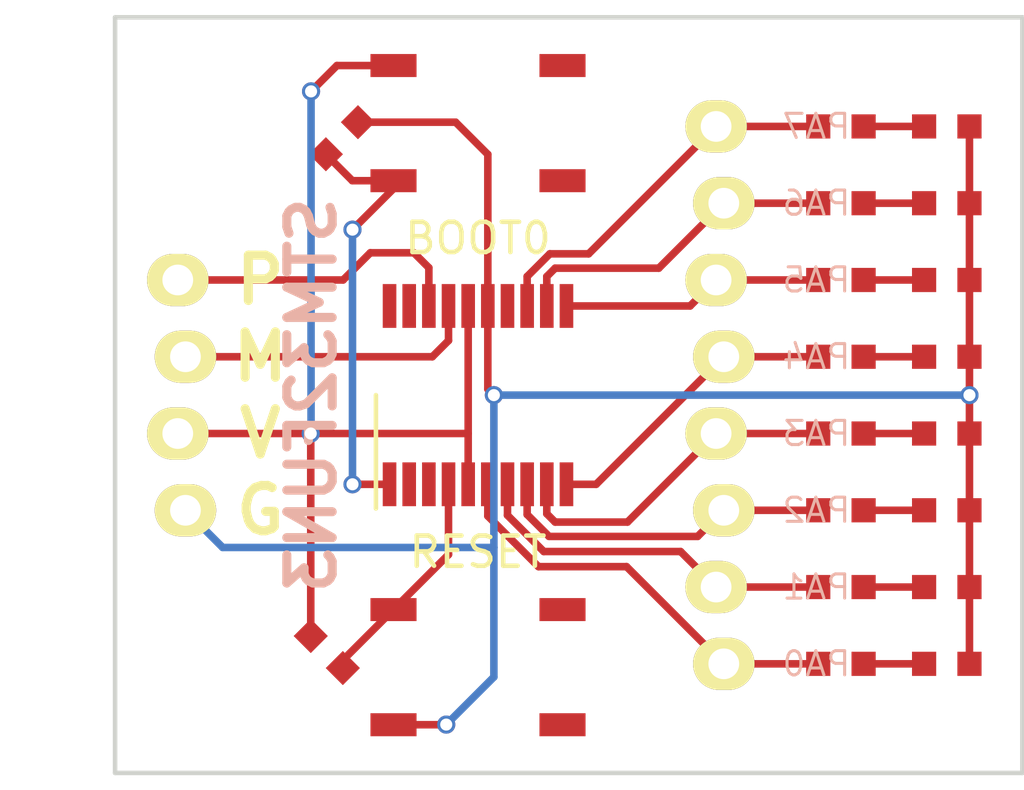
<source format=kicad_pcb>
(kicad_pcb (version 4) (host pcbnew 4.0.2+dfsg1-stable)

  (general
    (links 45)
    (no_connects 0)
    (area 133.994999 76.565 168.075001 104.285)
    (thickness 1.6)
    (drawings 9)
    (tracks 99)
    (zones 0)
    (modules 23)
    (nets 23)
  )

  (page A4)
  (layers
    (0 F.Cu signal)
    (31 B.Cu signal)
    (32 B.Adhes user)
    (33 F.Adhes user)
    (34 B.Paste user)
    (35 F.Paste user)
    (36 B.SilkS user)
    (37 F.SilkS user)
    (38 B.Mask user)
    (39 F.Mask user)
    (40 Dwgs.User user)
    (41 Cmts.User user)
    (42 Eco1.User user)
    (43 Eco2.User user)
    (44 Edge.Cuts user)
    (45 Margin user)
    (46 B.CrtYd user)
    (47 F.CrtYd user)
    (48 B.Fab user)
    (49 F.Fab user)
  )

  (setup
    (last_trace_width 0.25)
    (trace_clearance 0.2)
    (zone_clearance 0.508)
    (zone_45_only no)
    (trace_min 0.2)
    (segment_width 0.2)
    (edge_width 0.15)
    (via_size 0.6)
    (via_drill 0.4)
    (via_min_size 0.4)
    (via_min_drill 0.3)
    (uvia_size 0.3)
    (uvia_drill 0.1)
    (uvias_allowed no)
    (uvia_min_size 0.2)
    (uvia_min_drill 0.1)
    (pcb_text_width 0.3)
    (pcb_text_size 1.5 1.5)
    (mod_edge_width 0.15)
    (mod_text_size 1 1)
    (mod_text_width 0.15)
    (pad_size 1.45 0.45)
    (pad_drill 0)
    (pad_to_mask_clearance 0.2)
    (aux_axis_origin 0 0)
    (visible_elements FFFFFF7F)
    (pcbplotparams
      (layerselection 0x00030_80000001)
      (usegerberextensions false)
      (excludeedgelayer true)
      (linewidth 0.150000)
      (plotframeref false)
      (viasonmask false)
      (mode 1)
      (useauxorigin false)
      (hpglpennumber 1)
      (hpglpenspeed 20)
      (hpglpendiameter 15)
      (hpglpenoverlay 2)
      (psnegative false)
      (psa4output false)
      (plotreference true)
      (plotvalue true)
      (plotinvisibletext false)
      (padsonsilk false)
      (subtractmaskfromsilk false)
      (outputformat 1)
      (mirror false)
      (drillshape 1)
      (scaleselection 1)
      (outputdirectory ""))
  )

  (net 0 "")
  (net 1 /gnd)
  (net 2 /vcc)
  (net 3 /reset)
  (net 4 /boot0)
  (net 5 /pa0)
  (net 6 /pa1)
  (net 7 /pa2)
  (net 8 /pa3)
  (net 9 /pa4)
  (net 10 /pa5)
  (net 11 /pa6)
  (net 12 /pa7)
  (net 13 /x0)
  (net 14 /x1)
  (net 15 /x2)
  (net 16 /x3)
  (net 17 /x4)
  (net 18 /x5)
  (net 19 /x6)
  (net 20 /x7)
  (net 21 /usb_dm)
  (net 22 /usb_dp)

  (net_class Default "This is the default net class."
    (clearance 0.2)
    (trace_width 0.25)
    (via_dia 0.6)
    (via_drill 0.4)
    (uvia_dia 0.3)
    (uvia_drill 0.1)
    (add_net /boot0)
    (add_net /gnd)
    (add_net /pa0)
    (add_net /pa1)
    (add_net /pa2)
    (add_net /pa3)
    (add_net /pa4)
    (add_net /pa5)
    (add_net /pa6)
    (add_net /pa7)
    (add_net /reset)
    (add_net /usb_dm)
    (add_net /usb_dp)
    (add_net /vcc)
    (add_net /x0)
    (add_net /x1)
    (add_net /x2)
    (add_net /x3)
    (add_net /x4)
    (add_net /x5)
    (add_net /x6)
    (add_net /x7)
  )

  (module 00_my_modules:STM32 (layer F.Cu) (tedit 5E91C61F) (tstamp 5E704B35)
    (at 150 90.5 90)
    (descr STM32)
    (tags STM32)
    (attr smd)
    (fp_text reference STM32 (at 0 0 180) (layer F.Fab)
      (effects (font (size 0.8 0.8) (thickness 0.1)))
    )
    (fp_text value "" (at -1.5 -3 90) (layer F.Fab)
      (effects (font (size 0.5 0.5) (thickness 0.01)))
    )
    (fp_line (start -3.95 -3.55) (end -3.95 3.55) (layer F.CrtYd) (width 0.05))
    (fp_line (start 3.95 -3.55) (end 3.95 3.55) (layer F.CrtYd) (width 0.05))
    (fp_line (start -3.95 -3.55) (end 3.95 -3.55) (layer F.CrtYd) (width 0.05))
    (fp_line (start -3.95 3.55) (end 3.95 3.55) (layer F.CrtYd) (width 0.05))
    (fp_line (start -3.75 -3.375) (end 0 -3.375) (layer F.SilkS) (width 0.15))
    (fp_line (start -2.2 -3.25) (end 2.2 -3.25) (layer F.Fab) (width 0.01))
    (fp_line (start -2.2 3.25) (end 2.2 3.25) (layer F.Fab) (width 0.01))
    (fp_line (start -2.2 -3.25) (end -2.2 3.25) (layer F.Fab) (width 0.01))
    (fp_line (start 2.2 -3.25) (end 2.2 3.25) (layer F.Fab) (width 0.01))
    (fp_line (start -6 0) (end 6 0) (layer F.CrtYd) (width 0.01))
    (fp_line (start 0 -6) (end 0 6) (layer F.CrtYd) (width 0.01))
    (pad BOOT smd rect (at -2.95 -2.925 90) (size 1.45 0.45) (layers F.Cu F.Paste F.Mask)
      (net 4 /boot0))
    (pad 2 smd rect (at -2.95 -2.275 90) (size 1.45 0.45) (layers F.Cu F.Paste F.Mask))
    (pad 3 smd rect (at -2.95 -1.625 90) (size 1.45 0.45) (layers F.Cu F.Paste F.Mask))
    (pad NRST smd rect (at -2.95 -0.975 90) (size 1.45 0.45) (layers F.Cu F.Paste F.Mask)
      (net 3 /reset))
    (pad VCC smd rect (at -2.95 -0.325 90) (size 1.45 0.45) (layers F.Cu F.Paste F.Mask)
      (net 2 /vcc))
    (pad PA0 smd rect (at -2.95 0.325 90) (size 1.45 0.45) (layers F.Cu F.Paste F.Mask)
      (net 5 /pa0))
    (pad PA1 smd rect (at -2.95 0.975 90) (size 1.45 0.45) (layers F.Cu F.Paste F.Mask)
      (net 6 /pa1))
    (pad PA2 smd rect (at -2.95 1.625 90) (size 1.45 0.45) (layers F.Cu F.Paste F.Mask)
      (net 7 /pa2))
    (pad PA3 smd rect (at -2.95 2.275 90) (size 1.45 0.45) (layers F.Cu F.Paste F.Mask)
      (net 8 /pa3))
    (pad PA4 smd rect (at -2.95 2.925 90) (size 1.45 0.45) (layers F.Cu F.Paste F.Mask)
      (net 9 /pa4))
    (pad PA5 smd rect (at 2.95 2.925 90) (size 1.45 0.45) (layers F.Cu F.Paste F.Mask)
      (net 10 /pa5))
    (pad PA6 smd rect (at 2.95 2.275 90) (size 1.45 0.45) (layers F.Cu F.Paste F.Mask)
      (net 11 /pa6))
    (pad PA7 smd rect (at 2.95 1.625 90) (size 1.45 0.45) (layers F.Cu F.Paste F.Mask)
      (net 12 /pa7))
    (pad PB1 smd rect (at 2.95 0.975 90) (size 1.45 0.45) (layers F.Cu F.Paste F.Mask))
    (pad GND smd rect (at 2.95 0.325 90) (size 1.45 0.45) (layers F.Cu F.Paste F.Mask)
      (net 1 /gnd))
    (pad VCC smd rect (at 2.95 -0.325 90) (size 1.45 0.45) (layers F.Cu F.Paste F.Mask)
      (net 2 /vcc))
    (pad DM smd rect (at 2.95 -0.975 90) (size 1.45 0.45) (layers F.Cu F.Paste F.Mask)
      (net 21 /usb_dm))
    (pad DP smd rect (at 2.95 -1.625 90) (size 1.45 0.45) (layers F.Cu F.Paste F.Mask)
      (net 22 /usb_dp))
    (pad DIO smd rect (at 2.95 -2.275 90) (size 1.45 0.45) (layers F.Cu F.Paste F.Mask))
    (pad CLK smd rect (at 2.95 -2.925 90) (size 1.45 0.45) (layers F.Cu F.Paste F.Mask))
  )

  (module 00_my_modules:header1x8wiggle (layer F.Cu) (tedit 5E704125) (tstamp 5E705389)
    (at 158 90.5)
    (descr "Through hole pin header")
    (tags "pin header")
    (fp_text reference "" (at 0 -2.4) (layer F.SilkS)
      (effects (font (size 0.5 0.5) (thickness 0.01)))
    )
    (fp_text value "" (at 0 -3.1) (layer F.Fab)
      (effects (font (size 0.5 0.5) (thickness 0.01)))
    )
    (fp_text user PA7 (at 2 -8.89) (layer B.SilkS)
      (effects (font (size 0.8 0.8) (thickness 0.1)) (justify right mirror))
    )
    (fp_text user PA6 (at 2 -6.35) (layer B.SilkS)
      (effects (font (size 0.8 0.8) (thickness 0.1)) (justify right mirror))
    )
    (fp_text user PA5 (at 2 -3.81) (layer B.SilkS)
      (effects (font (size 0.8 0.8) (thickness 0.1)) (justify right mirror))
    )
    (fp_text user PA4 (at 2 -1.27) (layer B.SilkS)
      (effects (font (size 0.8 0.8) (thickness 0.1)) (justify right mirror))
    )
    (fp_text user PA3 (at 2 1.27) (layer B.SilkS)
      (effects (font (size 0.8 0.8) (thickness 0.1)) (justify right mirror))
    )
    (fp_text user PA2 (at 2 3.81) (layer B.SilkS)
      (effects (font (size 0.8 0.8) (thickness 0.1)) (justify right mirror))
    )
    (fp_text user PA1 (at 2 6.35) (layer B.SilkS)
      (effects (font (size 0.8 0.8) (thickness 0.1)) (justify right mirror))
    )
    (fp_text user PA0 (at 2 8.89) (layer B.SilkS)
      (effects (font (size 0.8 0.8) (thickness 0.1)) (justify right mirror))
    )
    (fp_line (start -1.75 -10.64) (end -1.75 10.64) (layer F.CrtYd) (width 0.05))
    (fp_line (start 1.75 -10.64) (end 1.75 10.64) (layer F.CrtYd) (width 0.05))
    (fp_line (start -1.75 -10.64) (end 1.75 -10.64) (layer F.CrtYd) (width 0.05))
    (fp_line (start -1.75 10.64) (end 1.75 10.64) (layer F.CrtYd) (width 0.05))
    (fp_line (start -6 -8.89) (end 6 -8.89) (layer F.CrtYd) (width 0.01))
    (fp_line (start -6 0) (end 6 0) (layer F.CrtYd) (width 0.01))
    (fp_line (start -6 8.89) (end 6 8.89) (layer F.CrtYd) (width 0.01))
    (pad 7 thru_hole oval (at -0.127 -8.89) (size 2.032 1.7272) (drill 1.016) (layers *.Cu *.Mask F.SilkS)
      (net 12 /pa7))
    (pad 6 thru_hole oval (at 0.127 -6.35) (size 2.032 1.7272) (drill 1.016) (layers *.Cu *.Mask F.SilkS)
      (net 11 /pa6))
    (pad 5 thru_hole oval (at -0.127 -3.81) (size 2.032 1.7272) (drill 1.016) (layers *.Cu *.Mask F.SilkS)
      (net 10 /pa5))
    (pad 4 thru_hole oval (at 0.127 -1.27) (size 2.032 1.7272) (drill 1.016) (layers *.Cu *.Mask F.SilkS)
      (net 9 /pa4))
    (pad 3 thru_hole oval (at -0.127 1.27) (size 2.032 1.7272) (drill 1.016) (layers *.Cu *.Mask F.SilkS)
      (net 8 /pa3))
    (pad 2 thru_hole oval (at 0.127 3.81) (size 2.032 1.7272) (drill 1.016) (layers *.Cu *.Mask F.SilkS)
      (net 7 /pa2))
    (pad 1 thru_hole oval (at -0.127 6.35) (size 2.032 1.7272) (drill 1.016) (layers *.Cu *.Mask F.SilkS)
      (net 6 /pa1))
    (pad 0 thru_hole oval (at 0.127 8.89) (size 2.032 1.7272) (drill 1.016) (layers *.Cu *.Mask F.SilkS)
      (net 5 /pa0))
  )

  (module 00_my_modules:BUTTON4_SMD (layer F.Cu) (tedit 5E704811) (tstamp 5E705BD2)
    (at 150 81.5 180)
    (descr button4_smd)
    (tags "SPST button tactile switch")
    (fp_text reference BOOT0 (at 0 -3.81 180) (layer F.SilkS)
      (effects (font (size 1 1) (thickness 0.15)))
    )
    (fp_text value "" (at 0 3.81 180) (layer F.Fab)
      (effects (font (size 1 1) (thickness 0.15)))
    )
    (fp_line (start -1.54 -2.54) (end -2.54 -1.54) (layer F.Fab) (width 0.2032))
    (fp_line (start -2.54 -1.24) (end -2.54 1.27) (layer F.Fab) (width 0.2032))
    (fp_line (start -2.54 1.54) (end -1.54 2.54) (layer F.Fab) (width 0.2032))
    (fp_line (start -1.54 2.54) (end 1.54 2.54) (layer F.Fab) (width 0.2032))
    (fp_line (start 1.54 2.54) (end 2.54 1.54) (layer F.Fab) (width 0.2032))
    (fp_line (start 2.54 1.24) (end 2.54 -1.24) (layer F.Fab) (width 0.2032))
    (fp_line (start 2.54 -1.54) (end 1.54 -2.54) (layer F.Fab) (width 0.2032))
    (fp_line (start 1.54 -2.54) (end -1.54 -2.54) (layer F.Fab) (width 0.2032))
    (fp_line (start 1.905 1.27) (end 1.905 0.445) (layer F.Fab) (width 0.127))
    (fp_line (start 1.905 0.445) (end 2.16 -0.01) (layer F.Fab) (width 0.127))
    (fp_line (start 1.905 -0.23) (end 1.905 -1.115) (layer F.Fab) (width 0.127))
    (fp_circle (center 0 0) (end 0 1.27) (layer F.Fab) (width 0.2032))
    (pad 1 smd rect (at -2.794 1.905 180) (size 1.524 0.762) (layers F.Cu F.Paste F.Mask))
    (pad 2 smd rect (at 2.794 1.905 180) (size 1.524 0.762) (layers F.Cu F.Paste F.Mask)
      (net 2 /vcc))
    (pad 3 smd rect (at -2.794 -1.905 180) (size 1.524 0.762) (layers F.Cu F.Paste F.Mask))
    (pad 4 smd rect (at 2.794 -1.905 180) (size 1.524 0.762) (layers F.Cu F.Paste F.Mask)
      (net 4 /boot0))
  )

  (module 00_my_modules:BUTTON4_SMD (layer F.Cu) (tedit 5E704555) (tstamp 5E705BF9)
    (at 150 99.5)
    (descr button4_smd)
    (tags "SPST button tactile switch")
    (fp_text reference RESET (at 0 -3.81) (layer F.SilkS)
      (effects (font (size 1 1) (thickness 0.15)))
    )
    (fp_text value "" (at 0 3.81) (layer F.Fab)
      (effects (font (size 1 1) (thickness 0.15)))
    )
    (fp_line (start -1.54 -2.54) (end -2.54 -1.54) (layer F.Fab) (width 0.2032))
    (fp_line (start -2.54 -1.24) (end -2.54 1.27) (layer F.Fab) (width 0.2032))
    (fp_line (start -2.54 1.54) (end -1.54 2.54) (layer F.Fab) (width 0.2032))
    (fp_line (start -1.54 2.54) (end 1.54 2.54) (layer F.Fab) (width 0.2032))
    (fp_line (start 1.54 2.54) (end 2.54 1.54) (layer F.Fab) (width 0.2032))
    (fp_line (start 2.54 1.24) (end 2.54 -1.24) (layer F.Fab) (width 0.2032))
    (fp_line (start 2.54 -1.54) (end 1.54 -2.54) (layer F.Fab) (width 0.2032))
    (fp_line (start 1.54 -2.54) (end -1.54 -2.54) (layer F.Fab) (width 0.2032))
    (fp_line (start 1.905 1.27) (end 1.905 0.445) (layer F.Fab) (width 0.127))
    (fp_line (start 1.905 0.445) (end 2.16 -0.01) (layer F.Fab) (width 0.127))
    (fp_line (start 1.905 -0.23) (end 1.905 -1.115) (layer F.Fab) (width 0.127))
    (fp_circle (center 0 0) (end 0 1.27) (layer F.Fab) (width 0.2032))
    (pad 1 smd rect (at -2.794 1.905) (size 1.524 0.762) (layers F.Cu F.Paste F.Mask)
      (net 1 /gnd))
    (pad 2 smd rect (at 2.794 1.905) (size 1.524 0.762) (layers F.Cu F.Paste F.Mask))
    (pad 3 smd rect (at -2.794 -1.905) (size 1.524 0.762) (layers F.Cu F.Paste F.Mask)
      (net 3 /reset))
    (pad 4 smd rect (at 2.794 -1.905) (size 1.524 0.762) (layers F.Cu F.Paste F.Mask))
  )

  (module 00_my_modules:L_0603 (layer F.Cu) (tedit 5E7043C0) (tstamp 5E70460E)
    (at 162 81.61)
    (descr L_0603)
    (tags "led 0603")
    (attr smd)
    (fp_text reference L (at 0 -0.6) (layer F.Fab)
      (effects (font (size 0.1 0.1) (thickness 0.01)))
    )
    (fp_text value "" (at 0 0.6) (layer F.Fab)
      (effects (font (size 0.1 0.1) (thickness 0.01)))
    )
    (fp_line (start -1.2 -0.45) (end 1.2 -0.45) (layer F.CrtYd) (width 0.01))
    (fp_line (start -1.2 0.45) (end 1.2 0.45) (layer F.CrtYd) (width 0.01))
    (fp_line (start -1.2 -0.45) (end -1.2 0.45) (layer F.CrtYd) (width 0.01))
    (fp_line (start 1.2 -0.45) (end 1.2 0.45) (layer F.CrtYd) (width 0.01))
    (fp_line (start -0.1 0) (end 0.1 0.2) (layer F.CrtYd) (width 0.01))
    (fp_line (start -0.1 0) (end 0.1 -0.2) (layer F.CrtYd) (width 0.01))
    (fp_line (start -0.1 0.2) (end -0.1 -0.2) (layer F.CrtYd) (width 0.01))
    (fp_line (start 0.1 0.2) (end 0.1 -0.2) (layer F.CrtYd) (width 0.01))
    (pad 1 smd rect (at -0.75 0) (size 0.8 0.8) (layers F.Cu F.Paste F.Mask)
      (net 12 /pa7))
    (pad 2 smd rect (at 0.75 0) (size 0.8 0.8) (layers F.Cu F.Paste F.Mask)
      (net 20 /x7))
  )

  (module 00_my_modules:L_0603 (layer F.Cu) (tedit 5E7043CB) (tstamp 5E70460E)
    (at 162 84.15)
    (descr L_0603)
    (tags "led 0603")
    (attr smd)
    (fp_text reference L (at 0 -0.6) (layer F.Fab)
      (effects (font (size 0.1 0.1) (thickness 0.01)))
    )
    (fp_text value "" (at 0 0.6) (layer F.Fab)
      (effects (font (size 0.1 0.1) (thickness 0.01)))
    )
    (fp_line (start -1.2 -0.45) (end 1.2 -0.45) (layer F.CrtYd) (width 0.01))
    (fp_line (start -1.2 0.45) (end 1.2 0.45) (layer F.CrtYd) (width 0.01))
    (fp_line (start -1.2 -0.45) (end -1.2 0.45) (layer F.CrtYd) (width 0.01))
    (fp_line (start 1.2 -0.45) (end 1.2 0.45) (layer F.CrtYd) (width 0.01))
    (fp_line (start -0.1 0) (end 0.1 0.2) (layer F.CrtYd) (width 0.01))
    (fp_line (start -0.1 0) (end 0.1 -0.2) (layer F.CrtYd) (width 0.01))
    (fp_line (start -0.1 0.2) (end -0.1 -0.2) (layer F.CrtYd) (width 0.01))
    (fp_line (start 0.1 0.2) (end 0.1 -0.2) (layer F.CrtYd) (width 0.01))
    (pad 1 smd rect (at -0.75 0) (size 0.8 0.8) (layers F.Cu F.Paste F.Mask)
      (net 11 /pa6))
    (pad 2 smd rect (at 0.75 0) (size 0.8 0.8) (layers F.Cu F.Paste F.Mask)
      (net 19 /x6))
  )

  (module 00_my_modules:L_0603 (layer F.Cu) (tedit 5E7043D7) (tstamp 5E70460E)
    (at 162 86.69)
    (descr L_0603)
    (tags "led 0603")
    (attr smd)
    (fp_text reference L (at 0 -0.6) (layer F.Fab)
      (effects (font (size 0.1 0.1) (thickness 0.01)))
    )
    (fp_text value "" (at 0 0.6) (layer F.Fab)
      (effects (font (size 0.1 0.1) (thickness 0.01)))
    )
    (fp_line (start -1.2 -0.45) (end 1.2 -0.45) (layer F.CrtYd) (width 0.01))
    (fp_line (start -1.2 0.45) (end 1.2 0.45) (layer F.CrtYd) (width 0.01))
    (fp_line (start -1.2 -0.45) (end -1.2 0.45) (layer F.CrtYd) (width 0.01))
    (fp_line (start 1.2 -0.45) (end 1.2 0.45) (layer F.CrtYd) (width 0.01))
    (fp_line (start -0.1 0) (end 0.1 0.2) (layer F.CrtYd) (width 0.01))
    (fp_line (start -0.1 0) (end 0.1 -0.2) (layer F.CrtYd) (width 0.01))
    (fp_line (start -0.1 0.2) (end -0.1 -0.2) (layer F.CrtYd) (width 0.01))
    (fp_line (start 0.1 0.2) (end 0.1 -0.2) (layer F.CrtYd) (width 0.01))
    (pad 1 smd rect (at -0.75 0) (size 0.8 0.8) (layers F.Cu F.Paste F.Mask)
      (net 10 /pa5))
    (pad 2 smd rect (at 0.75 0) (size 0.8 0.8) (layers F.Cu F.Paste F.Mask)
      (net 18 /x5))
  )

  (module 00_my_modules:L_0603 (layer F.Cu) (tedit 5E70441F) (tstamp 5E70460E)
    (at 162 89.23)
    (descr L_0603)
    (tags "led 0603")
    (attr smd)
    (fp_text reference L (at 0 -0.6) (layer F.Fab)
      (effects (font (size 0.1 0.1) (thickness 0.01)))
    )
    (fp_text value "" (at 0 0.6) (layer F.Fab)
      (effects (font (size 0.1 0.1) (thickness 0.01)))
    )
    (fp_line (start -1.2 -0.45) (end 1.2 -0.45) (layer F.CrtYd) (width 0.01))
    (fp_line (start -1.2 0.45) (end 1.2 0.45) (layer F.CrtYd) (width 0.01))
    (fp_line (start -1.2 -0.45) (end -1.2 0.45) (layer F.CrtYd) (width 0.01))
    (fp_line (start 1.2 -0.45) (end 1.2 0.45) (layer F.CrtYd) (width 0.01))
    (fp_line (start -0.1 0) (end 0.1 0.2) (layer F.CrtYd) (width 0.01))
    (fp_line (start -0.1 0) (end 0.1 -0.2) (layer F.CrtYd) (width 0.01))
    (fp_line (start -0.1 0.2) (end -0.1 -0.2) (layer F.CrtYd) (width 0.01))
    (fp_line (start 0.1 0.2) (end 0.1 -0.2) (layer F.CrtYd) (width 0.01))
    (pad 1 smd rect (at -0.75 0) (size 0.8 0.8) (layers F.Cu F.Paste F.Mask)
      (net 9 /pa4))
    (pad 4 smd rect (at 0.75 0) (size 0.8 0.8) (layers F.Cu F.Paste F.Mask)
      (net 17 /x4))
  )

  (module 00_my_modules:L_0603 (layer F.Cu) (tedit 5E704407) (tstamp 5E70460E)
    (at 162 91.77)
    (descr L_0603)
    (tags "led 0603")
    (attr smd)
    (fp_text reference L (at 0 -0.6) (layer F.Fab)
      (effects (font (size 0.1 0.1) (thickness 0.01)))
    )
    (fp_text value "" (at 0 0.6) (layer F.Fab)
      (effects (font (size 0.1 0.1) (thickness 0.01)))
    )
    (fp_line (start -1.2 -0.45) (end 1.2 -0.45) (layer F.CrtYd) (width 0.01))
    (fp_line (start -1.2 0.45) (end 1.2 0.45) (layer F.CrtYd) (width 0.01))
    (fp_line (start -1.2 -0.45) (end -1.2 0.45) (layer F.CrtYd) (width 0.01))
    (fp_line (start 1.2 -0.45) (end 1.2 0.45) (layer F.CrtYd) (width 0.01))
    (fp_line (start -0.1 0) (end 0.1 0.2) (layer F.CrtYd) (width 0.01))
    (fp_line (start -0.1 0) (end 0.1 -0.2) (layer F.CrtYd) (width 0.01))
    (fp_line (start -0.1 0.2) (end -0.1 -0.2) (layer F.CrtYd) (width 0.01))
    (fp_line (start 0.1 0.2) (end 0.1 -0.2) (layer F.CrtYd) (width 0.01))
    (pad 1 smd rect (at -0.75 0) (size 0.8 0.8) (layers F.Cu F.Paste F.Mask)
      (net 8 /pa3))
    (pad 2 smd rect (at 0.75 0) (size 0.8 0.8) (layers F.Cu F.Paste F.Mask)
      (net 16 /x3))
  )

  (module 00_my_modules:L_0603 (layer F.Cu) (tedit 5E7043FD) (tstamp 5E70460E)
    (at 162 94.31)
    (descr L_0603)
    (tags "led 0603")
    (attr smd)
    (fp_text reference L (at 0 -0.6) (layer F.Fab)
      (effects (font (size 0.1 0.1) (thickness 0.01)))
    )
    (fp_text value "" (at 0 0.6) (layer F.Fab)
      (effects (font (size 0.1 0.1) (thickness 0.01)))
    )
    (fp_line (start -1.2 -0.45) (end 1.2 -0.45) (layer F.CrtYd) (width 0.01))
    (fp_line (start -1.2 0.45) (end 1.2 0.45) (layer F.CrtYd) (width 0.01))
    (fp_line (start -1.2 -0.45) (end -1.2 0.45) (layer F.CrtYd) (width 0.01))
    (fp_line (start 1.2 -0.45) (end 1.2 0.45) (layer F.CrtYd) (width 0.01))
    (fp_line (start -0.1 0) (end 0.1 0.2) (layer F.CrtYd) (width 0.01))
    (fp_line (start -0.1 0) (end 0.1 -0.2) (layer F.CrtYd) (width 0.01))
    (fp_line (start -0.1 0.2) (end -0.1 -0.2) (layer F.CrtYd) (width 0.01))
    (fp_line (start 0.1 0.2) (end 0.1 -0.2) (layer F.CrtYd) (width 0.01))
    (pad 1 smd rect (at -0.75 0) (size 0.8 0.8) (layers F.Cu F.Paste F.Mask)
      (net 7 /pa2))
    (pad 2 smd rect (at 0.75 0) (size 0.8 0.8) (layers F.Cu F.Paste F.Mask)
      (net 15 /x2))
  )

  (module 00_my_modules:L_0603 (layer F.Cu) (tedit 5E7043F3) (tstamp 5E70460E)
    (at 162 96.85)
    (descr L_0603)
    (tags "led 0603")
    (attr smd)
    (fp_text reference L (at 0 -0.6) (layer F.Fab)
      (effects (font (size 0.1 0.1) (thickness 0.01)))
    )
    (fp_text value "" (at 0 0.6) (layer F.Fab)
      (effects (font (size 0.1 0.1) (thickness 0.01)))
    )
    (fp_line (start -1.2 -0.45) (end 1.2 -0.45) (layer F.CrtYd) (width 0.01))
    (fp_line (start -1.2 0.45) (end 1.2 0.45) (layer F.CrtYd) (width 0.01))
    (fp_line (start -1.2 -0.45) (end -1.2 0.45) (layer F.CrtYd) (width 0.01))
    (fp_line (start 1.2 -0.45) (end 1.2 0.45) (layer F.CrtYd) (width 0.01))
    (fp_line (start -0.1 0) (end 0.1 0.2) (layer F.CrtYd) (width 0.01))
    (fp_line (start -0.1 0) (end 0.1 -0.2) (layer F.CrtYd) (width 0.01))
    (fp_line (start -0.1 0.2) (end -0.1 -0.2) (layer F.CrtYd) (width 0.01))
    (fp_line (start 0.1 0.2) (end 0.1 -0.2) (layer F.CrtYd) (width 0.01))
    (pad 1 smd rect (at -0.75 0) (size 0.8 0.8) (layers F.Cu F.Paste F.Mask)
      (net 6 /pa1))
    (pad 2 smd rect (at 0.75 0) (size 0.8 0.8) (layers F.Cu F.Paste F.Mask)
      (net 14 /x1))
  )

  (module 00_my_modules:L_0603 (layer F.Cu) (tedit 5E7043E8) (tstamp 5E70460E)
    (at 162 99.39)
    (descr L_0603)
    (tags "led 0603")
    (attr smd)
    (fp_text reference L (at 0 -0.6) (layer F.Fab)
      (effects (font (size 0.1 0.1) (thickness 0.01)))
    )
    (fp_text value "" (at 0 0.6) (layer F.Fab)
      (effects (font (size 0.1 0.1) (thickness 0.01)))
    )
    (fp_line (start -1.2 -0.45) (end 1.2 -0.45) (layer F.CrtYd) (width 0.01))
    (fp_line (start -1.2 0.45) (end 1.2 0.45) (layer F.CrtYd) (width 0.01))
    (fp_line (start -1.2 -0.45) (end -1.2 0.45) (layer F.CrtYd) (width 0.01))
    (fp_line (start 1.2 -0.45) (end 1.2 0.45) (layer F.CrtYd) (width 0.01))
    (fp_line (start -0.1 0) (end 0.1 0.2) (layer F.CrtYd) (width 0.01))
    (fp_line (start -0.1 0) (end 0.1 -0.2) (layer F.CrtYd) (width 0.01))
    (fp_line (start -0.1 0.2) (end -0.1 -0.2) (layer F.CrtYd) (width 0.01))
    (fp_line (start 0.1 0.2) (end 0.1 -0.2) (layer F.CrtYd) (width 0.01))
    (pad 1 smd rect (at -0.75 0) (size 0.8 0.8) (layers F.Cu F.Paste F.Mask)
      (net 5 /pa0))
    (pad 2 smd rect (at 0.75 0) (size 0.8 0.8) (layers F.Cu F.Paste F.Mask)
      (net 13 /x0))
  )

  (module 00_my_modules:R_0603 (layer F.Cu) (tedit 5E7043C5) (tstamp 5E704E26)
    (at 165.5 81.61)
    (descr R0603)
    (tags "resistor 0603")
    (attr smd)
    (fp_text reference R (at 0 0) (layer F.Fab)
      (effects (font (size 0.5 0.5) (thickness 0.1)))
    )
    (fp_text value "" (at 0 0) (layer F.Fab)
      (effects (font (size 0.5 0.5) (thickness 0.01)))
    )
    (fp_line (start -1.2 -0.45) (end 1.2 -0.45) (layer F.CrtYd) (width 0.01))
    (fp_line (start -1.2 0.45) (end 1.2 0.45) (layer F.CrtYd) (width 0.01))
    (fp_line (start -1.2 -0.45) (end -1.2 0.45) (layer F.CrtYd) (width 0.01))
    (fp_line (start 1.2 -0.45) (end 1.2 0.45) (layer F.CrtYd) (width 0.01))
    (pad 1 smd rect (at -0.75 0) (size 0.8 0.8) (layers F.Cu F.Paste F.Mask)
      (net 20 /x7))
    (pad 2 smd rect (at 0.75 0) (size 0.8 0.8) (layers F.Cu F.Paste F.Mask)
      (net 1 /gnd))
  )

  (module 00_my_modules:R_0603 (layer F.Cu) (tedit 5E7043D0) (tstamp 5E704E26)
    (at 165.5 84.15)
    (descr R0603)
    (tags "resistor 0603")
    (attr smd)
    (fp_text reference R (at 0 0) (layer F.Fab)
      (effects (font (size 0.5 0.5) (thickness 0.1)))
    )
    (fp_text value "" (at 0 0) (layer F.Fab)
      (effects (font (size 0.5 0.5) (thickness 0.01)))
    )
    (fp_line (start -1.2 -0.45) (end 1.2 -0.45) (layer F.CrtYd) (width 0.01))
    (fp_line (start -1.2 0.45) (end 1.2 0.45) (layer F.CrtYd) (width 0.01))
    (fp_line (start -1.2 -0.45) (end -1.2 0.45) (layer F.CrtYd) (width 0.01))
    (fp_line (start 1.2 -0.45) (end 1.2 0.45) (layer F.CrtYd) (width 0.01))
    (pad 1 smd rect (at -0.75 0) (size 0.8 0.8) (layers F.Cu F.Paste F.Mask)
      (net 19 /x6))
    (pad 2 smd rect (at 0.75 0) (size 0.8 0.8) (layers F.Cu F.Paste F.Mask)
      (net 1 /gnd))
  )

  (module 00_my_modules:R_0603 (layer F.Cu) (tedit 5E7043DC) (tstamp 5E704E26)
    (at 165.5 86.69)
    (descr R0603)
    (tags "resistor 0603")
    (attr smd)
    (fp_text reference R (at 0 0) (layer F.Fab)
      (effects (font (size 0.5 0.5) (thickness 0.1)))
    )
    (fp_text value "" (at 0 0) (layer F.Fab)
      (effects (font (size 0.5 0.5) (thickness 0.01)))
    )
    (fp_line (start -1.2 -0.45) (end 1.2 -0.45) (layer F.CrtYd) (width 0.01))
    (fp_line (start -1.2 0.45) (end 1.2 0.45) (layer F.CrtYd) (width 0.01))
    (fp_line (start -1.2 -0.45) (end -1.2 0.45) (layer F.CrtYd) (width 0.01))
    (fp_line (start 1.2 -0.45) (end 1.2 0.45) (layer F.CrtYd) (width 0.01))
    (pad 1 smd rect (at -0.75 0) (size 0.8 0.8) (layers F.Cu F.Paste F.Mask)
      (net 18 /x5))
    (pad 2 smd rect (at 0.75 0) (size 0.8 0.8) (layers F.Cu F.Paste F.Mask)
      (net 1 /gnd))
  )

  (module 00_my_modules:R_0603 (layer F.Cu) (tedit 5E704424) (tstamp 5E704E26)
    (at 165.5 89.23)
    (descr R0603)
    (tags "resistor 0603")
    (attr smd)
    (fp_text reference R (at 0 0) (layer F.Fab)
      (effects (font (size 0.5 0.5) (thickness 0.1)))
    )
    (fp_text value "" (at 0 0) (layer F.Fab)
      (effects (font (size 0.5 0.5) (thickness 0.01)))
    )
    (fp_line (start -1.2 -0.45) (end 1.2 -0.45) (layer F.CrtYd) (width 0.01))
    (fp_line (start -1.2 0.45) (end 1.2 0.45) (layer F.CrtYd) (width 0.01))
    (fp_line (start -1.2 -0.45) (end -1.2 0.45) (layer F.CrtYd) (width 0.01))
    (fp_line (start 1.2 -0.45) (end 1.2 0.45) (layer F.CrtYd) (width 0.01))
    (pad 1 smd rect (at -0.75 0) (size 0.8 0.8) (layers F.Cu F.Paste F.Mask)
      (net 17 /x4))
    (pad 2 smd rect (at 0.75 0) (size 0.8 0.8) (layers F.Cu F.Paste F.Mask)
      (net 1 /gnd))
  )

  (module 00_my_modules:R_0603 (layer F.Cu) (tedit 5E70440C) (tstamp 5E704E26)
    (at 165.5 91.77)
    (descr R0603)
    (tags "resistor 0603")
    (attr smd)
    (fp_text reference R (at 0 0) (layer F.Fab)
      (effects (font (size 0.5 0.5) (thickness 0.1)))
    )
    (fp_text value "" (at 0 0) (layer F.Fab)
      (effects (font (size 0.5 0.5) (thickness 0.01)))
    )
    (fp_line (start -1.2 -0.45) (end 1.2 -0.45) (layer F.CrtYd) (width 0.01))
    (fp_line (start -1.2 0.45) (end 1.2 0.45) (layer F.CrtYd) (width 0.01))
    (fp_line (start -1.2 -0.45) (end -1.2 0.45) (layer F.CrtYd) (width 0.01))
    (fp_line (start 1.2 -0.45) (end 1.2 0.45) (layer F.CrtYd) (width 0.01))
    (pad 1 smd rect (at -0.75 0) (size 0.8 0.8) (layers F.Cu F.Paste F.Mask)
      (net 16 /x3))
    (pad 2 smd rect (at 0.75 0) (size 0.8 0.8) (layers F.Cu F.Paste F.Mask)
      (net 1 /gnd))
  )

  (module 00_my_modules:R_0603 (layer F.Cu) (tedit 5E704402) (tstamp 5E704E26)
    (at 165.5 94.31)
    (descr R0603)
    (tags "resistor 0603")
    (attr smd)
    (fp_text reference R (at 0 0) (layer F.Fab)
      (effects (font (size 0.5 0.5) (thickness 0.1)))
    )
    (fp_text value "" (at 0 0) (layer F.Fab)
      (effects (font (size 0.5 0.5) (thickness 0.01)))
    )
    (fp_line (start -1.2 -0.45) (end 1.2 -0.45) (layer F.CrtYd) (width 0.01))
    (fp_line (start -1.2 0.45) (end 1.2 0.45) (layer F.CrtYd) (width 0.01))
    (fp_line (start -1.2 -0.45) (end -1.2 0.45) (layer F.CrtYd) (width 0.01))
    (fp_line (start 1.2 -0.45) (end 1.2 0.45) (layer F.CrtYd) (width 0.01))
    (pad 1 smd rect (at -0.75 0) (size 0.8 0.8) (layers F.Cu F.Paste F.Mask)
      (net 15 /x2))
    (pad 2 smd rect (at 0.75 0) (size 0.8 0.8) (layers F.Cu F.Paste F.Mask)
      (net 1 /gnd))
  )

  (module 00_my_modules:R_0603 (layer F.Cu) (tedit 5E7043F7) (tstamp 5E704E26)
    (at 165.5 96.85)
    (descr R0603)
    (tags "resistor 0603")
    (attr smd)
    (fp_text reference R (at 0 0) (layer F.Fab)
      (effects (font (size 0.5 0.5) (thickness 0.1)))
    )
    (fp_text value "" (at 0 0) (layer F.Fab)
      (effects (font (size 0.5 0.5) (thickness 0.01)))
    )
    (fp_line (start -1.2 -0.45) (end 1.2 -0.45) (layer F.CrtYd) (width 0.01))
    (fp_line (start -1.2 0.45) (end 1.2 0.45) (layer F.CrtYd) (width 0.01))
    (fp_line (start -1.2 -0.45) (end -1.2 0.45) (layer F.CrtYd) (width 0.01))
    (fp_line (start 1.2 -0.45) (end 1.2 0.45) (layer F.CrtYd) (width 0.01))
    (pad 1 smd rect (at -0.75 0) (size 0.8 0.8) (layers F.Cu F.Paste F.Mask)
      (net 14 /x1))
    (pad 2 smd rect (at 0.75 0) (size 0.8 0.8) (layers F.Cu F.Paste F.Mask)
      (net 1 /gnd))
  )

  (module 00_my_modules:R_0603 (layer F.Cu) (tedit 5E7043ED) (tstamp 5E704E26)
    (at 165.5 99.39)
    (descr R0603)
    (tags "resistor 0603")
    (attr smd)
    (fp_text reference R (at 0 0) (layer F.Fab)
      (effects (font (size 0.5 0.5) (thickness 0.1)))
    )
    (fp_text value "" (at 0 0) (layer F.Fab)
      (effects (font (size 0.5 0.5) (thickness 0.01)))
    )
    (fp_line (start -1.2 -0.45) (end 1.2 -0.45) (layer F.CrtYd) (width 0.01))
    (fp_line (start -1.2 0.45) (end 1.2 0.45) (layer F.CrtYd) (width 0.01))
    (fp_line (start -1.2 -0.45) (end -1.2 0.45) (layer F.CrtYd) (width 0.01))
    (fp_line (start 1.2 -0.45) (end 1.2 0.45) (layer F.CrtYd) (width 0.01))
    (pad 1 smd rect (at -0.75 0) (size 0.8 0.8) (layers F.Cu F.Paste F.Mask)
      (net 13 /x0))
    (pad 2 smd rect (at 0.75 0) (size 0.8 0.8) (layers F.Cu F.Paste F.Mask)
      (net 1 /gnd))
  )

  (module 00_my_modules:R_0603 (layer F.Cu) (tedit 5E70482E) (tstamp 5E704F8B)
    (at 145 99 315)
    (descr R0603)
    (tags "resistor 0603")
    (attr smd)
    (fp_text reference R (at 0 0 315) (layer F.Fab)
      (effects (font (size 0.5 0.5) (thickness 0.1)))
    )
    (fp_text value "" (at 0 0 315) (layer F.Fab)
      (effects (font (size 0.5 0.5) (thickness 0.01)))
    )
    (fp_line (start -1.2 -0.45) (end 1.2 -0.45) (layer F.CrtYd) (width 0.01))
    (fp_line (start -1.2 0.45) (end 1.2 0.45) (layer F.CrtYd) (width 0.01))
    (fp_line (start -1.2 -0.45) (end -1.2 0.45) (layer F.CrtYd) (width 0.01))
    (fp_line (start 1.2 -0.45) (end 1.2 0.45) (layer F.CrtYd) (width 0.01))
    (pad 1 smd rect (at -0.75 0 315) (size 0.8 0.8) (layers F.Cu F.Paste F.Mask)
      (net 2 /vcc))
    (pad 2 smd rect (at 0.75 0 315) (size 0.8 0.8) (layers F.Cu F.Paste F.Mask)
      (net 3 /reset))
  )

  (module 00_my_modules:R_0603 (layer F.Cu) (tedit 5E704817) (tstamp 5E704FB2)
    (at 145.5 82 45)
    (descr R0603)
    (tags "resistor 0603")
    (attr smd)
    (fp_text reference R (at 0 0 45) (layer F.Fab)
      (effects (font (size 0.5 0.5) (thickness 0.1)))
    )
    (fp_text value "" (at 0 0 45) (layer F.Fab)
      (effects (font (size 0.5 0.5) (thickness 0.01)))
    )
    (fp_line (start -1.2 -0.45) (end 1.2 -0.45) (layer F.CrtYd) (width 0.01))
    (fp_line (start -1.2 0.45) (end 1.2 0.45) (layer F.CrtYd) (width 0.01))
    (fp_line (start -1.2 -0.45) (end -1.2 0.45) (layer F.CrtYd) (width 0.01))
    (fp_line (start 1.2 -0.45) (end 1.2 0.45) (layer F.CrtYd) (width 0.01))
    (pad 1 smd rect (at -0.75 0 45) (size 0.8 0.8) (layers F.Cu F.Paste F.Mask)
      (net 4 /boot0))
    (pad 2 smd rect (at 0.75 0 45) (size 0.8 0.8) (layers F.Cu F.Paste F.Mask)
      (net 1 /gnd))
  )

  (module 00_my_modules:header1x4wiggle (layer F.Cu) (tedit 5E91C602) (tstamp 5E91CB02)
    (at 140.2 90.5)
    (descr "Through hole pin header")
    (tags "pin header")
    (fp_text reference "" (at 0 -2.4) (layer F.SilkS)
      (effects (font (size 0.5 0.5) (thickness 0.01)))
    )
    (fp_text value "" (at 0 -3.1) (layer F.Fab)
      (effects (font (size 0.5 0.5) (thickness 0.01)))
    )
    (fp_line (start -1.75 -5.56) (end -1.75 5.56) (layer F.CrtYd) (width 0.05))
    (fp_line (start 1.75 -5.56) (end 1.75 5.56) (layer F.CrtYd) (width 0.05))
    (fp_line (start -1.75 -5.56) (end 1.75 -5.56) (layer F.CrtYd) (width 0.05))
    (fp_line (start -1.75 5.56) (end 1.75 5.56) (layer F.CrtYd) (width 0.05))
    (fp_line (start -6 -3.81) (end 6 -3.81) (layer F.CrtYd) (width 0.01))
    (fp_line (start -6 0) (end 6 0) (layer F.CrtYd) (width 0.01))
    (fp_line (start -6 3.81) (end 6 3.81) (layer F.CrtYd) (width 0.01))
    (pad 1 thru_hole oval (at -0.127 -3.81) (size 2.032 1.7272) (drill 1.016) (layers *.Cu *.Mask F.SilkS)
      (net 22 /usb_dp))
    (pad 2 thru_hole oval (at 0.127 -1.27) (size 2.032 1.7272) (drill 1.016) (layers *.Cu *.Mask F.SilkS)
      (net 21 /usb_dm))
    (pad 3 thru_hole oval (at -0.127 1.27) (size 2.032 1.7272) (drill 1.016) (layers *.Cu *.Mask F.SilkS)
      (net 2 /vcc))
    (pad 4 thru_hole oval (at 0.127 3.81) (size 2.032 1.7272) (drill 1.016) (layers *.Cu *.Mask F.SilkS)
      (net 1 /gnd))
  )

  (gr_text G (at 142.8 94.31) (layer F.SilkS)
    (effects (font (size 1.5 1.5) (thickness 0.3)))
  )
  (gr_text V (at 142.8 91.77) (layer F.SilkS)
    (effects (font (size 1.5 1.5) (thickness 0.3)))
  )
  (gr_text M (at 142.8 89.23) (layer F.SilkS)
    (effects (font (size 1.5 1.5) (thickness 0.3)))
  )
  (gr_text P (at 142.8 86.69) (layer F.SilkS)
    (effects (font (size 1.5 1.5) (thickness 0.3)))
  )
  (gr_text STM32FUN3 (at 144.5 90.5 90) (layer B.SilkS)
    (effects (font (size 1.5 1.5) (thickness 0.3)) (justify mirror))
  )
  (gr_line (start 138 103) (end 138 78) (angle 90) (layer Edge.Cuts) (width 0.15))
  (gr_line (start 168 103) (end 138 103) (angle 90) (layer Edge.Cuts) (width 0.15))
  (gr_line (start 168 78) (end 168 103) (angle 90) (layer Edge.Cuts) (width 0.15))
  (gr_line (start 138 78) (end 168 78) (angle 90) (layer Edge.Cuts) (width 0.15))

  (segment (start 150.525 95.54) (end 141.557 95.54) (width 0.25) (layer B.Cu) (net 1))
  (segment (start 141.557 95.54) (end 140.327 94.31) (width 0.25) (layer B.Cu) (net 1) (tstamp 5E91C691) (status 800000))
  (segment (start 150.325 87.55) (end 150.325 82.535) (width 0.25) (layer F.Cu) (net 1))
  (segment (start 149.25967 81.46967) (end 146.03033 81.46967) (width 0.25) (layer F.Cu) (net 1) (tstamp 5E705015))
  (segment (start 150.325 82.535) (end 149.25967 81.46967) (width 0.25) (layer F.Cu) (net 1) (tstamp 5E705013))
  (segment (start 150.525 90.5) (end 166.25 90.5) (width 0.25) (layer B.Cu) (net 1))
  (via (at 166.25 90.5) (size 0.6) (drill 0.4) (layers F.Cu B.Cu) (net 1))
  (segment (start 166.25 81.61) (end 166.25 84.15) (width 0.25) (layer F.Cu) (net 1))
  (segment (start 166.25 84.15) (end 166.25 86.69) (width 0.25) (layer F.Cu) (net 1) (tstamp 5E70463B))
  (segment (start 166.25 86.69) (end 166.25 89.23) (width 0.25) (layer F.Cu) (net 1) (tstamp 5E70463C))
  (segment (start 166.25 89.23) (end 166.25 90.5) (width 0.25) (layer F.Cu) (net 1) (tstamp 5E70463E))
  (segment (start 166.25 90.5) (end 166.25 91.77) (width 0.25) (layer F.Cu) (net 1) (tstamp 5E704664))
  (segment (start 166.25 91.77) (end 166.25 94.31) (width 0.25) (layer F.Cu) (net 1) (tstamp 5E70463F))
  (segment (start 166.25 94.31) (end 166.25 96.85) (width 0.25) (layer F.Cu) (net 1) (tstamp 5E704640))
  (segment (start 166.25 96.85) (end 166.25 99.39) (width 0.25) (layer F.Cu) (net 1) (tstamp 5E704642))
  (segment (start 150.525 90.5) (end 150.525 95.54) (width 0.25) (layer B.Cu) (net 1))
  (segment (start 150.525 95.54) (end 150.525 99.825) (width 0.25) (layer B.Cu) (net 1) (tstamp 5E91C68F))
  (segment (start 148.945 101.405) (end 147.206 101.405) (width 0.25) (layer F.Cu) (net 1) (tstamp 5E70461C))
  (segment (start 148.95 101.4) (end 148.945 101.405) (width 0.25) (layer F.Cu) (net 1) (tstamp 5E70461B))
  (via (at 148.95 101.4) (size 0.6) (drill 0.4) (layers F.Cu B.Cu) (net 1))
  (segment (start 150.525 99.825) (end 148.95 101.4) (width 0.25) (layer B.Cu) (net 1) (tstamp 5E70460D))
  (segment (start 150.325 90.3) (end 150.525 90.5) (width 0.25) (layer F.Cu) (net 1) (tstamp 5E7045E4))
  (via (at 150.525 90.5) (size 0.6) (drill 0.4) (layers F.Cu B.Cu) (net 1))
  (segment (start 150.325 90.3) (end 150.325 87.55) (width 0.25) (layer F.Cu) (net 1))
  (segment (start 140.073 91.77) (end 144.46967 91.77) (width 0.25) (layer F.Cu) (net 2) (status 400000))
  (via (at 144.46967 91.77) (size 0.6) (drill 0.4) (layers F.Cu B.Cu) (net 2))
  (segment (start 147.206 79.595) (end 145.335 79.595) (width 0.25) (layer F.Cu) (net 2) (tstamp 5E70500E))
  (segment (start 144.48 80.45) (end 145.335 79.595) (width 0.25) (layer F.Cu) (net 2) (tstamp 5E70500D))
  (via (at 144.48 80.45) (size 0.6) (drill 0.4) (layers F.Cu B.Cu) (net 2))
  (segment (start 144.48 91.75967) (end 144.48 80.45) (width 0.25) (layer B.Cu) (net 2) (tstamp 5E70500B))
  (segment (start 144.48 91.75967) (end 144.46967 91.77) (width 0.25) (layer B.Cu) (net 2) (tstamp 5E70500A))
  (segment (start 144.46967 98.46967) (end 144.46967 91.77) (width 0.25) (layer F.Cu) (net 2))
  (segment (start 144.46967 91.77) (end 149.675 91.77) (width 0.25) (layer F.Cu) (net 2) (tstamp 5E705006))
  (segment (start 149.675 87.55) (end 149.675 91.77) (width 0.25) (layer F.Cu) (net 2))
  (segment (start 149.675 91.77) (end 149.675 93.45) (width 0.25) (layer F.Cu) (net 2) (tstamp 5E704573))
  (segment (start 145.53033 99.53033) (end 145.53033 99.27067) (width 0.25) (layer F.Cu) (net 3))
  (segment (start 145.53033 99.27067) (end 147.206 97.595) (width 0.25) (layer F.Cu) (net 3) (tstamp 5E705002))
  (segment (start 149.025 93.45) (end 149.025 95.776) (width 0.25) (layer F.Cu) (net 3))
  (segment (start 149.025 95.776) (end 147.206 97.595) (width 0.25) (layer F.Cu) (net 3) (tstamp 5E704544))
  (segment (start 147.206 83.405) (end 145.84434 83.405) (width 0.25) (layer F.Cu) (net 4))
  (segment (start 145.84434 83.405) (end 144.96967 82.53033) (width 0.25) (layer F.Cu) (net 4) (tstamp 5E705011))
  (segment (start 147.075 93.45) (end 145.85 93.45) (width 0.25) (layer F.Cu) (net 4))
  (segment (start 145.85 85.025) (end 147.206 83.669) (width 0.25) (layer F.Cu) (net 4) (tstamp 5E7045D8))
  (via (at 145.85 85.025) (size 0.6) (drill 0.4) (layers F.Cu B.Cu) (net 4))
  (segment (start 145.85 93.45) (end 145.85 85.025) (width 0.25) (layer B.Cu) (net 4) (tstamp 5E7045D5))
  (via (at 145.85 93.45) (size 0.6) (drill 0.4) (layers F.Cu B.Cu) (net 4))
  (segment (start 147.206 83.669) (end 147.206 83.405) (width 0.25) (layer F.Cu) (net 4) (tstamp 5E7045D9))
  (segment (start 158.127 99.39) (end 161.25 99.39) (width 0.25) (layer F.Cu) (net 5))
  (segment (start 150.325 93.45) (end 150.325 94.5) (width 0.25) (layer F.Cu) (net 5))
  (segment (start 154.912 96.175) (end 158.127 99.39) (width 0.25) (layer F.Cu) (net 5) (tstamp 5E7044DA))
  (segment (start 152 96.175) (end 154.912 96.175) (width 0.25) (layer F.Cu) (net 5) (tstamp 5E7044D8))
  (segment (start 150.325 94.5) (end 152 96.175) (width 0.25) (layer F.Cu) (net 5) (tstamp 5E7044D6))
  (segment (start 157.873 96.85) (end 161.25 96.85) (width 0.25) (layer F.Cu) (net 6))
  (segment (start 150.975 93.45) (end 150.975 94.475) (width 0.25) (layer F.Cu) (net 6))
  (segment (start 156.698 95.675) (end 157.873 96.85) (width 0.25) (layer F.Cu) (net 6) (tstamp 5E7044D3))
  (segment (start 152.175 95.675) (end 156.698 95.675) (width 0.25) (layer F.Cu) (net 6) (tstamp 5E7044D1))
  (segment (start 150.975 94.475) (end 152.175 95.675) (width 0.25) (layer F.Cu) (net 6) (tstamp 5E7044CF))
  (segment (start 158.127 94.31) (end 161.25 94.31) (width 0.25) (layer F.Cu) (net 7))
  (segment (start 151.625 93.45) (end 151.625 94.45) (width 0.25) (layer F.Cu) (net 7))
  (segment (start 157.262 95.175) (end 158.127 94.31) (width 0.25) (layer F.Cu) (net 7) (tstamp 5E7044CD))
  (segment (start 152.35 95.175) (end 157.262 95.175) (width 0.25) (layer F.Cu) (net 7) (tstamp 5E7044CC))
  (segment (start 151.625 94.45) (end 152.35 95.175) (width 0.25) (layer F.Cu) (net 7) (tstamp 5E7044CA))
  (segment (start 157.873 91.77) (end 161.25 91.77) (width 0.25) (layer F.Cu) (net 8))
  (segment (start 152.275 93.45) (end 152.275 94.425) (width 0.25) (layer F.Cu) (net 8))
  (segment (start 154.943 94.7) (end 157.873 91.77) (width 0.25) (layer F.Cu) (net 8) (tstamp 5E7044C7))
  (segment (start 152.55 94.7) (end 154.943 94.7) (width 0.25) (layer F.Cu) (net 8) (tstamp 5E7044C6))
  (segment (start 152.275 94.425) (end 152.55 94.7) (width 0.25) (layer F.Cu) (net 8) (tstamp 5E7044C5))
  (segment (start 158.127 89.23) (end 161.25 89.23) (width 0.25) (layer F.Cu) (net 9))
  (segment (start 152.925 93.45) (end 153.907 93.45) (width 0.25) (layer F.Cu) (net 9))
  (segment (start 153.907 93.45) (end 158.127 89.23) (width 0.25) (layer F.Cu) (net 9) (tstamp 5E7044C0))
  (segment (start 157.873 86.69) (end 161.25 86.69) (width 0.25) (layer F.Cu) (net 10))
  (segment (start 152.925 87.55) (end 157.013 87.55) (width 0.25) (layer F.Cu) (net 10))
  (segment (start 157.013 87.55) (end 157.873 86.69) (width 0.25) (layer F.Cu) (net 10) (tstamp 5E7044DD))
  (segment (start 158.127 84.15) (end 161.25 84.15) (width 0.25) (layer F.Cu) (net 11))
  (segment (start 152.275 87.55) (end 152.275 86.575) (width 0.25) (layer F.Cu) (net 11))
  (segment (start 155.977 86.3) (end 158.127 84.15) (width 0.25) (layer F.Cu) (net 11) (tstamp 5E7044E5))
  (segment (start 152.55 86.3) (end 155.977 86.3) (width 0.25) (layer F.Cu) (net 11) (tstamp 5E7044E3))
  (segment (start 152.275 86.575) (end 152.55 86.3) (width 0.25) (layer F.Cu) (net 11) (tstamp 5E7044E0))
  (segment (start 157.873 81.61) (end 161.25 81.61) (width 0.25) (layer F.Cu) (net 12))
  (segment (start 151.625 87.55) (end 151.625 86.575) (width 0.25) (layer F.Cu) (net 12))
  (segment (start 153.658 85.825) (end 157.873 81.61) (width 0.25) (layer F.Cu) (net 12) (tstamp 5E7044EE))
  (segment (start 152.375 85.825) (end 153.658 85.825) (width 0.25) (layer F.Cu) (net 12) (tstamp 5E7044EC))
  (segment (start 151.625 86.575) (end 152.375 85.825) (width 0.25) (layer F.Cu) (net 12) (tstamp 5E7044EA))
  (segment (start 162.75 99.39) (end 164.75 99.39) (width 0.25) (layer F.Cu) (net 13))
  (segment (start 162.75 96.85) (end 164.75 96.85) (width 0.25) (layer F.Cu) (net 14))
  (segment (start 162.75 94.31) (end 164.75 94.31) (width 0.25) (layer F.Cu) (net 15))
  (segment (start 162.75 91.77) (end 164.75 91.77) (width 0.25) (layer F.Cu) (net 16))
  (segment (start 162.75 89.23) (end 164.75 89.23) (width 0.25) (layer F.Cu) (net 17))
  (segment (start 162.75 86.69) (end 164.75 86.69) (width 0.25) (layer F.Cu) (net 18))
  (segment (start 162.75 84.15) (end 164.75 84.15) (width 0.25) (layer F.Cu) (net 19))
  (segment (start 162.75 81.61) (end 164.75 81.61) (width 0.25) (layer F.Cu) (net 20))
  (segment (start 140.327 89.23) (end 148.49 89.23) (width 0.25) (layer F.Cu) (net 21) (status 400000))
  (segment (start 149.025 88.695) (end 149.025 87.55) (width 0.25) (layer F.Cu) (net 21) (tstamp 5E91C671) (status 800000))
  (segment (start 148.49 89.23) (end 149.025 88.695) (width 0.25) (layer F.Cu) (net 21) (tstamp 5E91C66C))
  (segment (start 140.073 86.69) (end 145.54 86.69) (width 0.25) (layer F.Cu) (net 22) (status 400000))
  (segment (start 148.375 86.285) (end 148.375 87.55) (width 0.25) (layer F.Cu) (net 22) (tstamp 5E91C6C7) (status 800000))
  (segment (start 147.88 85.79) (end 148.375 86.285) (width 0.25) (layer F.Cu) (net 22) (tstamp 5E91C6C2))
  (segment (start 146.44 85.79) (end 147.88 85.79) (width 0.25) (layer F.Cu) (net 22) (tstamp 5E91C6C0))
  (segment (start 145.54 86.69) (end 146.44 85.79) (width 0.25) (layer F.Cu) (net 22) (tstamp 5E91C6BA))

)

</source>
